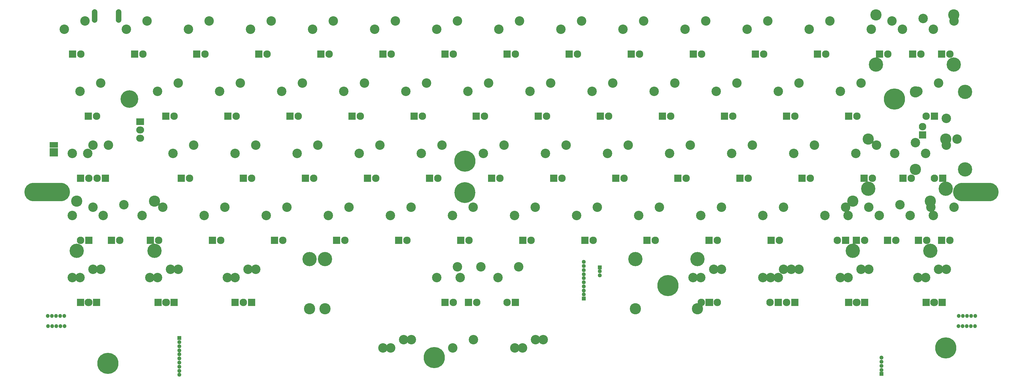
<source format=gts>
G04 #@! TF.FileFunction,Soldermask,Top*
%FSLAX46Y46*%
G04 Gerber Fmt 4.6, Leading zero omitted, Abs format (unit mm)*
G04 Created by KiCad (PCBNEW 4.0.5+dfsg1-4) date Thu Jun 29 09:06:05 2017*
%MOMM*%
%LPD*%
G01*
G04 APERTURE LIST*
%ADD10C,0.100000*%
%ADD11C,2.900000*%
%ADD12C,1.200000*%
%ADD13C,3.448000*%
%ADD14C,4.380200*%
%ADD15O,1.700000X4.200000*%
%ADD16R,2.500000X2.600000*%
%ADD17R,2.500000X1.700000*%
%ADD18O,14.000000X5.600000*%
%ADD19C,5.400000*%
%ADD20C,6.500000*%
%ADD21C,6.400000*%
%ADD22R,2.300000X2.300000*%
%ADD23C,2.300000*%
%ADD24R,1.250000X1.250000*%
%ADD25C,1.250000*%
%ADD26R,2.432000X2.127200*%
%ADD27O,2.432000X2.127200*%
G04 APERTURE END LIST*
D10*
D11*
X134429220Y-126174290D03*
X140779220Y-123634290D03*
D12*
X311201720Y-119548040D03*
X309931720Y-119548040D03*
X308661720Y-119548040D03*
X312471720Y-119548040D03*
X313741720Y-119548040D03*
D13*
X114300000Y-114141250D03*
D14*
X114300000Y-98901250D03*
D13*
X228600000Y-114141250D03*
D14*
X228600000Y-98901250D03*
D13*
X209550000Y-114141250D03*
D14*
X209550000Y-98901250D03*
D13*
X109537500Y-114141250D03*
D14*
X109537500Y-98901250D03*
D13*
X300037500Y-81121250D03*
D14*
X300037500Y-96361250D03*
D13*
X276225000Y-81121250D03*
D14*
X276225000Y-96361250D03*
D13*
X295433750Y-47626250D03*
D14*
X310673750Y-47626250D03*
D13*
X295433750Y-71437500D03*
D14*
X310673750Y-71437500D03*
D13*
X280987500Y-62071250D03*
D14*
X280987500Y-77311250D03*
D13*
X304800000Y-62071250D03*
D14*
X304800000Y-77311250D03*
D13*
X307181250Y-23971250D03*
D14*
X307181250Y-39211250D03*
D13*
X283368750Y-23971250D03*
D14*
X283368750Y-39211250D03*
D13*
X61912500Y-81121250D03*
D14*
X61912500Y-96361250D03*
D15*
X43600000Y-24350000D03*
X50900000Y-24350000D03*
D13*
X38100000Y-81121250D03*
D14*
X38100000Y-96361250D03*
D16*
X30999906Y-66179882D03*
D17*
X30999906Y-63919882D03*
D11*
X34290000Y-28416250D03*
X40640000Y-25876250D03*
X39052500Y-47466250D03*
X45402500Y-44926250D03*
X36671250Y-85566250D03*
X43021250Y-83026250D03*
X36671250Y-104616250D03*
X43021250Y-102076250D03*
X39052500Y-104616250D03*
X45402500Y-102076250D03*
X53340000Y-28416250D03*
X59690000Y-25876250D03*
X62865000Y-47466250D03*
X69215000Y-44926250D03*
X67627500Y-66516250D03*
X73977500Y-63976250D03*
X58102500Y-85566250D03*
X64452500Y-83026250D03*
X60483750Y-104616250D03*
X66833750Y-102076250D03*
X62865000Y-104616250D03*
X69215000Y-102076250D03*
X72390000Y-28416250D03*
X78740000Y-25876250D03*
X81915000Y-47466250D03*
X88265000Y-44926250D03*
X86677500Y-66516250D03*
X93027500Y-63976250D03*
X77152500Y-85566250D03*
X83502500Y-83026250D03*
X84296250Y-104616250D03*
X90646250Y-102076250D03*
X86677500Y-104616250D03*
X93027500Y-102076250D03*
X91440000Y-28416250D03*
X97790000Y-25876250D03*
X100965000Y-47466250D03*
X107315000Y-44926250D03*
X105727500Y-66516250D03*
X112077500Y-63976250D03*
X96202500Y-85566250D03*
X102552500Y-83026250D03*
X110490000Y-28416250D03*
X116840000Y-25876250D03*
X120015000Y-47466250D03*
X126365000Y-44926250D03*
X124777500Y-66516250D03*
X131127500Y-63976250D03*
X115252500Y-85566250D03*
X121602500Y-83026250D03*
X129540000Y-28416250D03*
X135890000Y-25876250D03*
X139065000Y-47466250D03*
X145415000Y-44926250D03*
X143827500Y-66516250D03*
X150177500Y-63976250D03*
X134302500Y-85566250D03*
X140652500Y-83026250D03*
X148590000Y-28416250D03*
X154940000Y-25876250D03*
X158115000Y-47466250D03*
X164465000Y-44926250D03*
X162877500Y-66516250D03*
X169227500Y-63976250D03*
X153352500Y-85566250D03*
X159702500Y-83026250D03*
X167640000Y-28416250D03*
X173990000Y-25876250D03*
X177165000Y-47466250D03*
X183515000Y-44926250D03*
X181927500Y-66516250D03*
X188277500Y-63976250D03*
X172402500Y-85566250D03*
X178752500Y-83026250D03*
X186690000Y-28416250D03*
X193040000Y-25876250D03*
X196215000Y-47466250D03*
X202565000Y-44926250D03*
X200977500Y-66516250D03*
X207327500Y-63976250D03*
X191452500Y-85566250D03*
X197802500Y-83026250D03*
X205740000Y-28416250D03*
X212090000Y-25876250D03*
X215265000Y-47466250D03*
X221615000Y-44926250D03*
X220027500Y-66516250D03*
X226377500Y-63976250D03*
X210502500Y-85566250D03*
X216852500Y-83026250D03*
X300990000Y-28416250D03*
X307340000Y-25876250D03*
X224790000Y-28416250D03*
X231140000Y-25876250D03*
X234315000Y-47466250D03*
X240665000Y-44926250D03*
X239077500Y-66516250D03*
X245427500Y-63976250D03*
X229552500Y-85566250D03*
X235902500Y-83026250D03*
X227171250Y-104616250D03*
X233521250Y-102076250D03*
X229552500Y-104616250D03*
X235902500Y-102076250D03*
X243840000Y-28416250D03*
X250190000Y-25876250D03*
X253365000Y-47466250D03*
X259715000Y-44926250D03*
X258127500Y-66516250D03*
X264477500Y-63976250D03*
X248602500Y-85566250D03*
X254952500Y-83026250D03*
X253357500Y-104617500D03*
X259707500Y-102077500D03*
X250983750Y-104616250D03*
X257333750Y-102076250D03*
X248602500Y-104616250D03*
X254952500Y-102076250D03*
X262890000Y-28416250D03*
X269240000Y-25876250D03*
X272415000Y-47466250D03*
X278765000Y-44926250D03*
X277177500Y-66516250D03*
X283527500Y-63976250D03*
X272415000Y-104616250D03*
X278765000Y-102076250D03*
X274796250Y-104616250D03*
X281146250Y-102076250D03*
X281940000Y-28416250D03*
X288290000Y-25876250D03*
X296227500Y-47466250D03*
X302577500Y-44926250D03*
X300990000Y-85566250D03*
X307340000Y-83026250D03*
X41433750Y-66516250D03*
X47783750Y-63976250D03*
X36671250Y-66516250D03*
X43021250Y-63976250D03*
X46196250Y-85566250D03*
X52546250Y-82296250D03*
X167315000Y-104617500D03*
X173665000Y-101347500D03*
X155733750Y-104616250D03*
X162083750Y-101346250D03*
X148590000Y-104616250D03*
X154940000Y-101346250D03*
X284321250Y-85566250D03*
X290671250Y-82296250D03*
X291465000Y-28416250D03*
X297815000Y-25146250D03*
X289083750Y-66516250D03*
X295433750Y-63246250D03*
X304958750Y-55721250D03*
X308228750Y-62071250D03*
X274796250Y-85566250D03*
X281146250Y-83026250D03*
X298608750Y-66517500D03*
X304958750Y-63977500D03*
X293846250Y-85567500D03*
X300196250Y-83027500D03*
X267652500Y-85567500D03*
X274002500Y-83027500D03*
D18*
X29002500Y-78347500D03*
D19*
X54202500Y-49797500D03*
D20*
X157202500Y-68897500D03*
X219502500Y-107097500D03*
X289052500Y-49797500D03*
D18*
X314002500Y-78397500D03*
D21*
X157152500Y-78572500D03*
D22*
X286858750Y-93186250D03*
D23*
X289398750Y-93186250D03*
D22*
X253357500Y-112237500D03*
D23*
X250817500Y-112237500D03*
D22*
X253357500Y-112237500D03*
D23*
X255897500Y-112237500D03*
D22*
X232248750Y-112236250D03*
D23*
X229708750Y-112236250D03*
D22*
X232088750Y-112236250D03*
D23*
X234628750Y-112236250D03*
D22*
X258437500Y-112237500D03*
D23*
X255897500Y-112237500D03*
D22*
X291621250Y-74136250D03*
D23*
X294161250Y-74136250D03*
D22*
X246380000Y-36036250D03*
D23*
X248920000Y-36036250D03*
D22*
X297656250Y-60801250D03*
D23*
X297656250Y-58261250D03*
D22*
X301307500Y-55087500D03*
D23*
X298767500Y-55087500D03*
D22*
X274955000Y-55086250D03*
D23*
X277495000Y-55086250D03*
D22*
X255905000Y-55086250D03*
D23*
X258445000Y-55086250D03*
D22*
X236855000Y-55086250D03*
D23*
X239395000Y-55086250D03*
D22*
X217805000Y-55086250D03*
D23*
X220345000Y-55086250D03*
D22*
X303530000Y-36036250D03*
D23*
X306070000Y-36036250D03*
D22*
X93980000Y-36036250D03*
D23*
X96520000Y-36036250D03*
D22*
X55880000Y-36036250D03*
D23*
X58420000Y-36036250D03*
D22*
X294640000Y-36036250D03*
D23*
X297180000Y-36036250D03*
D22*
X284480000Y-36036250D03*
D23*
X287020000Y-36036250D03*
D22*
X265430000Y-36036250D03*
D23*
X267970000Y-36036250D03*
D22*
X132080000Y-36036250D03*
D23*
X134620000Y-36036250D03*
D22*
X227330000Y-36036250D03*
D23*
X229870000Y-36036250D03*
D22*
X198755000Y-55086250D03*
D23*
X201295000Y-55086250D03*
D22*
X208280000Y-36036250D03*
D23*
X210820000Y-36036250D03*
D22*
X189230000Y-36036250D03*
D23*
X191770000Y-36036250D03*
D22*
X179705000Y-55086250D03*
D23*
X182245000Y-55086250D03*
D22*
X170180000Y-36036250D03*
D23*
X172720000Y-36036250D03*
D22*
X151130000Y-36036250D03*
D23*
X153670000Y-36036250D03*
D22*
X113030000Y-36036250D03*
D23*
X115570000Y-36036250D03*
D22*
X74930000Y-36036250D03*
D23*
X77470000Y-36036250D03*
D22*
X36830000Y-36036250D03*
D23*
X39370000Y-36036250D03*
D22*
X41748750Y-93186250D03*
D23*
X39208750Y-93186250D03*
D22*
X160655000Y-55086250D03*
D23*
X163195000Y-55086250D03*
D22*
X141605000Y-55086250D03*
D23*
X144145000Y-55086250D03*
D22*
X122555000Y-55086250D03*
D23*
X125095000Y-55086250D03*
D22*
X103505000Y-55086250D03*
D23*
X106045000Y-55086250D03*
D22*
X84455000Y-55086250D03*
D23*
X86995000Y-55086250D03*
D22*
X65405000Y-55086250D03*
D23*
X67945000Y-55086250D03*
D22*
X41595000Y-55086250D03*
D23*
X44135000Y-55086250D03*
D22*
X39208750Y-74136250D03*
D23*
X41748750Y-74136250D03*
D22*
X46828750Y-74136250D03*
D23*
X44288750Y-74136250D03*
D22*
X70165000Y-74136250D03*
D23*
X72705000Y-74136250D03*
D22*
X39208750Y-112236250D03*
D23*
X41748750Y-112236250D03*
D22*
X146365000Y-74136250D03*
D23*
X148905000Y-74136250D03*
D22*
X44138750Y-112236250D03*
D23*
X41598750Y-112236250D03*
D22*
X260665000Y-74136250D03*
D23*
X263205000Y-74136250D03*
D22*
X63028750Y-112236250D03*
D23*
X65568750Y-112236250D03*
D22*
X67948750Y-112236250D03*
D23*
X65408750Y-112236250D03*
D22*
X48738750Y-93186250D03*
D23*
X51278750Y-93186250D03*
D22*
X222565000Y-74136250D03*
D23*
X225105000Y-74136250D03*
D22*
X165415000Y-74136250D03*
D23*
X167955000Y-74136250D03*
D22*
X151128750Y-112236250D03*
D23*
X153668750Y-112236250D03*
D22*
X158268750Y-112236250D03*
D23*
X160808750Y-112236250D03*
D22*
X172718750Y-112236250D03*
D23*
X170178750Y-112236250D03*
D22*
X155888750Y-93186250D03*
D23*
X158428750Y-93186250D03*
D22*
X60638750Y-93186250D03*
D23*
X63178750Y-93186250D03*
D22*
X79688750Y-93186250D03*
D23*
X82228750Y-93186250D03*
D22*
X213038750Y-93186250D03*
D23*
X215578750Y-93186250D03*
D22*
X89215000Y-74136250D03*
D23*
X91755000Y-74136250D03*
D22*
X279878750Y-112246250D03*
D23*
X277338750Y-112246250D03*
D22*
X193988750Y-93186250D03*
D23*
X196528750Y-93186250D03*
D22*
X303688750Y-112246250D03*
D23*
X301148750Y-112246250D03*
D22*
X91758750Y-112236250D03*
D23*
X89218750Y-112236250D03*
D22*
X86678750Y-112236250D03*
D23*
X89218750Y-112236250D03*
D22*
X98738750Y-93186250D03*
D23*
X101278750Y-93186250D03*
D22*
X108265000Y-74136250D03*
D23*
X110805000Y-74136250D03*
D22*
X117788750Y-93186250D03*
D23*
X120328750Y-93186250D03*
D22*
X136838750Y-93186250D03*
D23*
X139378750Y-93186250D03*
D22*
X127315000Y-74136250D03*
D23*
X129855000Y-74136250D03*
D22*
X279715000Y-74136250D03*
D23*
X282255000Y-74136250D03*
D22*
X241615000Y-74136250D03*
D23*
X244155000Y-74136250D03*
D22*
X203515000Y-74136250D03*
D23*
X206055000Y-74136250D03*
D22*
X184465000Y-74136250D03*
D23*
X187005000Y-74136250D03*
D22*
X174938750Y-93186250D03*
D23*
X177478750Y-93186250D03*
D22*
X232088750Y-93186250D03*
D23*
X234628750Y-93186250D03*
D22*
X274948750Y-112236250D03*
D23*
X277488750Y-112236250D03*
D22*
X298768750Y-112236250D03*
D23*
X301308750Y-112236250D03*
D22*
X303528750Y-93186250D03*
D23*
X306068750Y-93186250D03*
D22*
X277338750Y-93186250D03*
D23*
X279878750Y-93186250D03*
D22*
X251138750Y-93186250D03*
D23*
X253678750Y-93186250D03*
D22*
X303847500Y-74137500D03*
D23*
X301307500Y-74137500D03*
D22*
X296386250Y-93187500D03*
D23*
X298926250Y-93187500D03*
D22*
X274002500Y-93187500D03*
D23*
X271462500Y-93187500D03*
D11*
X132047970Y-126174290D03*
X138397970Y-123634290D03*
X153479220Y-126174290D03*
X159829220Y-123634290D03*
X172529220Y-126174290D03*
X178879220Y-123634290D03*
X174910470Y-126174290D03*
X181260470Y-123634290D03*
D12*
X311276720Y-116398040D03*
X310006720Y-116398040D03*
X308736720Y-116398040D03*
X312546720Y-116398040D03*
X313816720Y-116398040D03*
X31776720Y-119548040D03*
X30506720Y-119548040D03*
X29236720Y-119548040D03*
X33046720Y-119548040D03*
X34316720Y-119548040D03*
X31751720Y-116423040D03*
X30481720Y-116423040D03*
X29211720Y-116423040D03*
X33021720Y-116423040D03*
X34291720Y-116423040D03*
D11*
X298605470Y-104628040D03*
X304955470Y-102088040D03*
X296224220Y-104628040D03*
X302574220Y-102088040D03*
D20*
X47621720Y-130980540D03*
X147821720Y-129193040D03*
X304796720Y-126218040D03*
D24*
X193711720Y-111063040D03*
D25*
X193711720Y-109813040D03*
X193711720Y-108563040D03*
X193711720Y-107313040D03*
X193711720Y-106063040D03*
X193711720Y-104813040D03*
X193711720Y-103563040D03*
X193711720Y-102313040D03*
X193711720Y-101063040D03*
X193711720Y-99813040D03*
D24*
X69571720Y-123193040D03*
D25*
X69571720Y-124443040D03*
X69571720Y-125693040D03*
X69571720Y-126943040D03*
X69571720Y-128193040D03*
X69571720Y-129443040D03*
X69571720Y-130693040D03*
X69571720Y-131943040D03*
X69571720Y-133193040D03*
X69571720Y-134443040D03*
D24*
X285071720Y-134193040D03*
D25*
X285071720Y-132943040D03*
X285071720Y-131693040D03*
X285071720Y-130443040D03*
X285071720Y-129193040D03*
D24*
X198571720Y-101443040D03*
D25*
X198571720Y-102693040D03*
X198571720Y-103943040D03*
D26*
X57500000Y-56750000D03*
D27*
X57500000Y-59290000D03*
X57500000Y-61830000D03*
M02*

</source>
